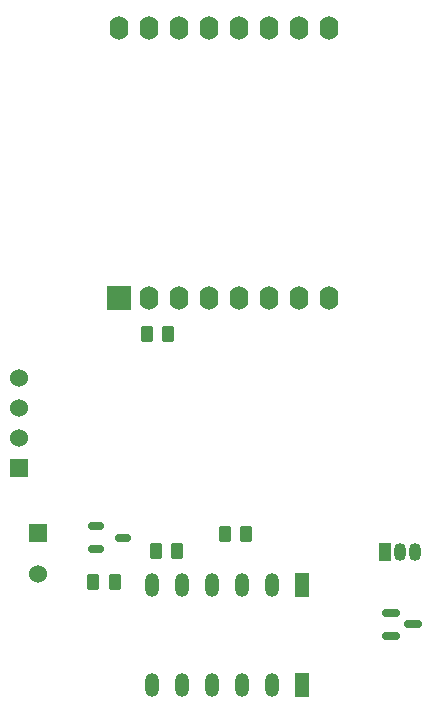
<source format=gbr>
%TF.GenerationSoftware,KiCad,Pcbnew,8.0.7-unknown-202412111143~94124538da~ubuntu24.04.1*%
%TF.CreationDate,2024-12-18T03:39:21-06:00*%
%TF.ProjectId,delivery-box-reporter,64656c69-7665-4727-992d-626f782d7265,rev?*%
%TF.SameCoordinates,Original*%
%TF.FileFunction,Soldermask,Top*%
%TF.FilePolarity,Negative*%
%FSLAX46Y46*%
G04 Gerber Fmt 4.6, Leading zero omitted, Abs format (unit mm)*
G04 Created by KiCad (PCBNEW 8.0.7-unknown-202412111143~94124538da~ubuntu24.04.1) date 2024-12-18 03:39:21*
%MOMM*%
%LPD*%
G01*
G04 APERTURE LIST*
G04 Aperture macros list*
%AMRoundRect*
0 Rectangle with rounded corners*
0 $1 Rounding radius*
0 $2 $3 $4 $5 $6 $7 $8 $9 X,Y pos of 4 corners*
0 Add a 4 corners polygon primitive as box body*
4,1,4,$2,$3,$4,$5,$6,$7,$8,$9,$2,$3,0*
0 Add four circle primitives for the rounded corners*
1,1,$1+$1,$2,$3*
1,1,$1+$1,$4,$5*
1,1,$1+$1,$6,$7*
1,1,$1+$1,$8,$9*
0 Add four rect primitives between the rounded corners*
20,1,$1+$1,$2,$3,$4,$5,0*
20,1,$1+$1,$4,$5,$6,$7,0*
20,1,$1+$1,$6,$7,$8,$9,0*
20,1,$1+$1,$8,$9,$2,$3,0*%
G04 Aperture macros list end*
%ADD10RoundRect,0.150000X-0.512500X-0.150000X0.512500X-0.150000X0.512500X0.150000X-0.512500X0.150000X0*%
%ADD11R,1.524000X1.524000*%
%ADD12C,1.524000*%
%ADD13RoundRect,0.250000X0.262500X0.450000X-0.262500X0.450000X-0.262500X-0.450000X0.262500X-0.450000X0*%
%ADD14RoundRect,0.250000X-0.262500X-0.450000X0.262500X-0.450000X0.262500X0.450000X-0.262500X0.450000X0*%
%ADD15R,1.050000X1.500000*%
%ADD16O,1.050000X1.500000*%
%ADD17RoundRect,0.150000X-0.587500X-0.150000X0.587500X-0.150000X0.587500X0.150000X-0.587500X0.150000X0*%
%ADD18R,2.000000X2.000000*%
%ADD19O,1.600000X2.000000*%
%ADD20R,1.200000X2.000000*%
%ADD21O,1.200000X2.000000*%
G04 APERTURE END LIST*
D10*
%TO.C,Q2*%
X131675000Y-114500000D03*
X131675000Y-116400000D03*
X133950000Y-115450000D03*
%TD*%
D11*
%TO.C,DISP1*%
X125200000Y-109600000D03*
D12*
X125200000Y-107060000D03*
X125200000Y-104520000D03*
X125200000Y-101980000D03*
%TD*%
D13*
%TO.C,D1*%
X137800000Y-98200000D03*
X135975000Y-98200000D03*
%TD*%
D14*
%TO.C,R2*%
X142575000Y-115150000D03*
X144400000Y-115150000D03*
%TD*%
D15*
%TO.C,U5*%
X156135000Y-116650000D03*
D16*
X157405000Y-116650000D03*
X158675000Y-116650000D03*
%TD*%
D17*
%TO.C,U4*%
X156675000Y-121850000D03*
X156675000Y-123750000D03*
X158550000Y-122800000D03*
%TD*%
D14*
%TO.C,R1*%
X131475000Y-119200000D03*
X133300000Y-119200000D03*
%TD*%
%TO.C,R3*%
X136750000Y-116600000D03*
X138575000Y-116600000D03*
%TD*%
D18*
%TO.C,U1*%
X133640000Y-95200000D03*
D19*
X136180000Y-95200000D03*
X138720000Y-95200000D03*
X141260000Y-95200000D03*
X143800000Y-95200000D03*
X146340000Y-95200000D03*
X148880000Y-95200000D03*
X151420000Y-95200000D03*
X151420000Y-72340000D03*
X148880000Y-72340000D03*
X146340000Y-72340000D03*
X143800000Y-72340000D03*
X141260000Y-72340000D03*
X138720000Y-72340000D03*
X136180000Y-72340000D03*
X133640000Y-72340000D03*
%TD*%
D20*
%TO.C,U3*%
X149150000Y-119450000D03*
D21*
X146610000Y-119450000D03*
X144070000Y-119450000D03*
X141530000Y-119450000D03*
X138990000Y-119450000D03*
X136450000Y-119450000D03*
%TD*%
D20*
%TO.C,U3*%
X149150000Y-127950000D03*
D21*
X146610000Y-127950000D03*
X144070000Y-127950000D03*
X141530000Y-127950000D03*
X138990000Y-127950000D03*
X136450000Y-127950000D03*
%TD*%
D11*
%TO.C,J1*%
X126800000Y-115050000D03*
D12*
X126800000Y-118550000D03*
%TD*%
M02*

</source>
